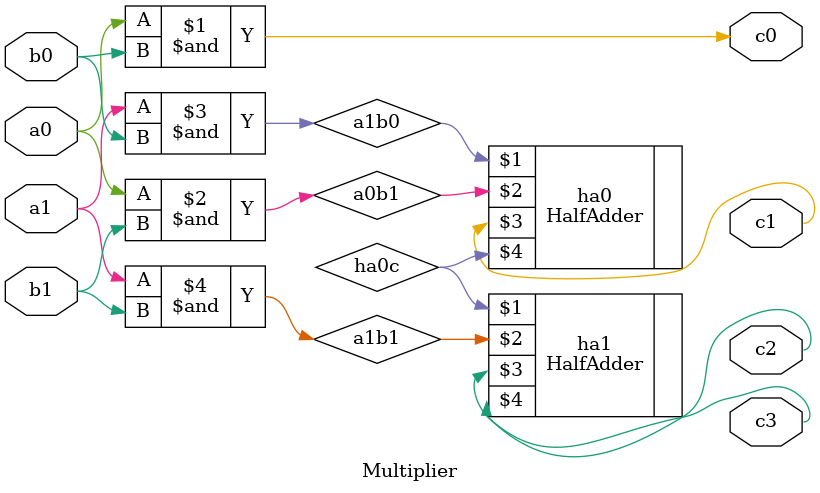
<source format=v>
module Multiplier (a0, a1, b0, b1, c0, c1, c2, c3);
	output 		c0, c1, c2, c3;   // TODO - see if this can be shortened
	input 		a0, a1, b0, b1;
	wire 		a0b1, a1b0, ha0c, a1b1;  // TODO - find better names for these

	// TODO - improve formatting of this
	and (c0, a0, b0);
	and (a0b1, a0, b1);
	and (a1b0, a1, b0);
	HalfAdder ha0 (a1b0, a0b1, c1, ha0c);

	and (a1b1, a1, b1);
	HalfAdder ha1 (ha0c, a1b1, c2, c3);
endmodule
</source>
